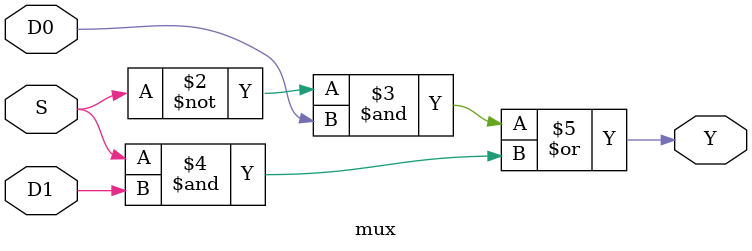
<source format=sv>
module mux(
    input logic D1, D0,
    input logic S,
    output logic Y
);
    //Function
    always_comb begin
        Y = (~S & D0) | (S & D1);
    end
endmodule
</source>
